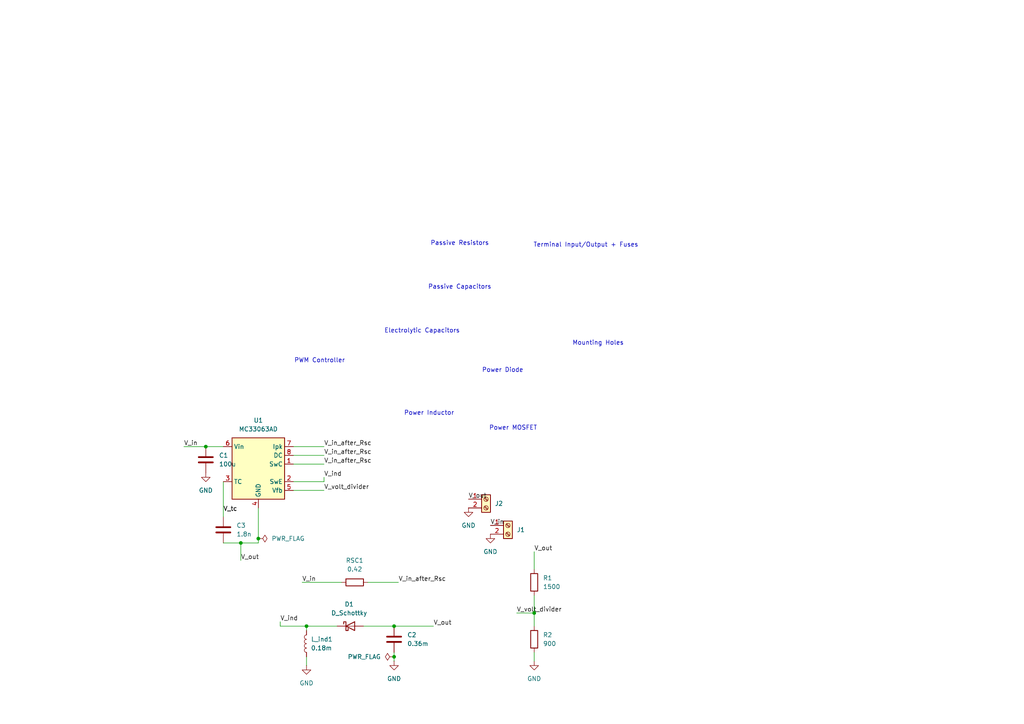
<source format=kicad_sch>
(kicad_sch (version 20250114) (generator "eeschema") (generator_version "9.0")
  (paper "A4")
  (lib_symbols
    (symbol "Device:C" (pin_numbers (hide yes)) (pin_names (offset 0.254))
      (property "Reference" "C" (at 0.635 2.54 0))
      (property "Value" "C" (at 0.635 -2.54 0))
      (symbol "C_0_1"
        (polyline (pts (xy -2.032 0.762) (xy 2.032 0.762)) (stroke (width 0.508)))
        (polyline (pts (xy -2.032 -0.762) (xy 2.032 -0.762)) (stroke (width 0.508)))
      )
      (symbol "C_1_1"
        (pin passive line (at 0 3.81 270) (length 2.794) (name "~") (number "1"))
        (pin passive line (at 0 -3.81 90) (length 2.794) (name "~") (number "2"))
      )
    )
    (symbol "Device:D_Schottky" (pin_numbers (hide yes)) (pin_names (offset 1.016) (hide yes))
      (property "Reference" "D" (at 0 2.54 0))
      (property "Value" "D_Schottky" (at 0 -2.54 0))
      (symbol "D_Schottky_0_1"
        (polyline (pts (xy -1.905 0.635) (xy -1.905 1.27) (xy -1.27 1.27) (xy -1.27 -1.27) (xy -0.635 -1.27) (xy -0.635 -0.635)) (stroke (width 0.254)))
        (polyline (pts (xy 1.27 1.27) (xy 1.27 -1.27) (xy -1.27 0) (xy 1.27 1.27)) (stroke (width 0.254)))
        (polyline (pts (xy 1.27 0) (xy -1.27 0)))
      )
      (symbol "D_Schottky_1_1"
        (pin passive line (at -3.81 0 0) (length 2.54) (name "K") (number "1"))
        (pin passive line (at 3.81 0 180) (length 2.54) (name "A") (number "2"))
      )
    )
    (symbol "Device:L" (pin_numbers (hide yes)) (pin_names (offset 1.016) (hide yes))
      (property "Reference" "L" (at -1.27 0 90))
      (property "Value" "L" (at 1.905 0 90))
      (symbol "L_0_1"
        (arc (start 0 2.54) (mid 0.6323 1.905) (end 0 1.27))
        (arc (start 0 1.27) (mid 0.6323 0.635) (end 0 0))
        (arc (start 0 0) (mid 0.6323 -0.635) (end 0 -1.27))
        (arc (start 0 -1.27) (mid 0.6323 -1.905) (end 0 -2.54))
      )
      (symbol "L_1_1"
        (pin passive line (at 0 3.81 270) (length 1.27) (name "1") (number "1"))
        (pin passive line (at 0 -3.81 90) (length 1.27) (name "2") (number "2"))
      )
    )
    (symbol "Regulator_Switching:MC33063AD"
      (property "Reference" "U" (at -7.62 8.89 0))
      (property "Value" "MC33063AD" (at 0 8.89 0))
      (symbol "MC33063AD_0_1"
        (rectangle (start -7.62 7.62) (end 7.62 -10.16) (stroke (width 0.254)) (fill (type background)))
      )
      (symbol "MC33063AD_1_1"
        (pin power_in line (at -10.16 5.08 0) (length 2.54) (name "Vin") (number "6"))
        (pin passive line (at -10.16 -5.08 0) (length 2.54) (name "TC") (number "3"))
        (pin power_in line (at 0 -12.7 90) (length 2.54) (name "GND") (number "4"))
        (pin input line (at 10.16 5.08 180) (length 2.54) (name "Ipk") (number "7"))
        (pin open_collector line (at 10.16 2.54 180) (length 2.54) (name "DC") (number "8"))
        (pin open_collector line (at 10.16 0 180) (length 2.54) (name "SwC") (number "1"))
        (pin open_emitter line (at 10.16 -5.08 180) (length 2.54) (name "SwE") (number "2"))
        (pin input line (at 10.16 -7.62 180) (length 2.54) (name "Vfb") (number "5"))
      )
    )
    (symbol "power:GND" (power) (pin_numbers (hide yes)) (pin_names (offset 0) (hide yes))
      (property "Value" "GND" (at 0 -3.81 0))
      (symbol "GND_0_1"
        (polyline (pts (xy 0 0) (xy 0 -1.27) (xy 1.27 -1.27) (xy 0 -2.54) (xy -1.27 -1.27) (xy 0 -1.27)))
      )
      (symbol "GND_1_1"
        (pin power_in line (at 0 0 270) (length 0) (name "~") (number "1"))
      )
    )
    (symbol "power:PWR_FLAG" (power) (pin_numbers (hide yes)) (pin_names (offset 0) (hide yes))
      (property "Value" "PWR_FLAG" (at 0 3.81 0))
      (symbol "PWR_FLAG_0_0"
        (pin power_out line (at 0 0 90) (length 0) (name "~") (number "1"))
      )
      (symbol "PWR_FLAG_0_1"
        (polyline (pts (xy 0 0) (xy 0 1.27) (xy -1.016 1.905) (xy 0 2.54) (xy 1.016 1.905) (xy 0 1.27)))
      )
    )
    (symbol "rsx_Capacitors:1u" (pin_numbers (hide yes)) (pin_names (offset 0.254))
      (property "Reference" "C" (at 0.635 2.54 0))
      (property "Value" "1u" (at 0.635 -2.54 0))
      (symbol "1u_0_1"
        (polyline (pts (xy -2.032 0.762) (xy 2.032 0.762)) (stroke (width 0.508)))
        (polyline (pts (xy -2.032 -0.762) (xy 2.032 -0.762)) (stroke (width 0.508)))
      )
      (symbol "1u_1_1"
        (pin passive line (at 0 3.81 270) (length 2.794) (name "~") (number "1"))
        (pin passive line (at 0 -3.81 90) (length 2.794) (name "~") (number "2"))
      )
    )
    (symbol "rsx_Resistors:0R00 1/10W" (pin_numbers (hide yes)) (pin_names (offset 0))
      (property "Reference" "R" (at 2.032 0 90))
      (property "Value" "0R00 1{slash}10W" (at 0 0 90))
      (symbol "0R00 1/10W_0_1"
        (rectangle (start -1.016 -2.54) (end 1.016 2.54) (stroke (width 0.254)))
      )
      (symbol "0R00 1/10W_1_1"
        (pin passive line (at 0 3.81 270) (length 1.27) (name "~") (number "1"))
        (pin passive line (at 0 -3.81 90) (length 1.27) (name "~") (number "2"))
      )
    )
    (symbol "rsx_header_screw:Screw_Terminal_2x5.08" (pin_names (offset 1.016) (hide yes))
      (property "Reference" "J" (at 0 2.54 0))
      (symbol "Screw_Terminal_2x5.08_1_1"
        (rectangle (start -1.27 1.27) (end 1.27 -3.81) (stroke (width 0.254)) (fill (type background)))
        (polyline (pts (xy -0.5334 0.3302) (xy 0.3302 -0.508)) (stroke (width 0.1524)))
        (polyline (pts (xy -0.5334 -2.2098) (xy 0.3302 -3.048)) (stroke (width 0.1524)))
        (polyline (pts (xy -0.3556 0.508) (xy 0.508 -0.3302)) (stroke (width 0.1524)))
        (polyline (pts (xy -0.3556 -2.032) (xy 0.508 -2.8702)) (stroke (width 0.1524)))
        (circle (center 0 0) (radius 0.635) (stroke (width 0.1524)))
        (circle (center 0 -2.54) (radius 0.635) (stroke (width 0.1524)))
        (pin passive line (at -5.08 0 0) (length 3.81) (name "Pin_1") (number "1"))
        (pin passive line (at -5.08 -2.54 0) (length 3.81) (name "Pin_2") (number "2"))
      )
    )
  )
  (text "Passive Resistors" (at 133.35 70.612 0) (effects (font (size 1.27 1.27))))
  (text "Power Diode" (at 145.796 107.442 0) (effects (font (size 1.27 1.27))))
  (text "Electrolytic Capacitors\n" (at 122.428 96.012 0) (effects (font (size 1.27 1.27))))
  (text "Power Inductor" (at 124.46 119.888 0) (effects (font (size 1.27 1.27))))
  (text "Mounting Holes" (at 173.482 99.568 0) (effects (font (size 1.27 1.27))))
  (text "Power MOSFET" (at 148.844 124.206 0) (effects (font (size 1.27 1.27))))
  (text "Terminal Input/Output + Fuses" (at 169.926 71.12 0) (effects (font (size 1.27 1.27))))
  (text "Passive Capacitors" (at 133.35 83.312 0) (effects (font (size 1.27 1.27))))
  (text "PWM Controller" (at 92.71 104.648 0) (effects (font (size 1.27 1.27))))
  (junction (at 74.93 156.21))
  (junction (at 154.94 177.8))
  (junction (at 59.69 129.54))
  (junction (at 114.3 190.5))
  (junction (at 88.9 181.61))
  (junction (at 114.3 181.61))
  (junction (at 69.85 157.48))
  (wire (pts (xy 154.94 172.72) (xy 154.94 177.8)))
  (wire (pts (xy 114.3 190.5) (xy 114.3 191.77)))
  (wire (pts (xy 74.93 156.21) (xy 74.93 157.48)))
  (wire (pts (xy 85.09 139.7) (xy 93.98 139.7)))
  (wire (pts (xy 97.79 181.61) (xy 88.9 181.61)))
  (wire (pts (xy 154.94 189.23) (xy 154.94 191.77)))
  (wire (pts (xy 88.9 181.61) (xy 88.9 182.88)))
  (wire (pts (xy 64.77 157.48) (xy 69.85 157.48)))
  (wire (pts (xy 64.77 139.7) (xy 64.77 149.86)))
  (wire (pts (xy 93.98 138.43) (xy 93.98 139.7)))
  (wire (pts (xy 85.09 132.08) (xy 93.98 132.08)))
  (wire (pts (xy 154.94 160.02) (xy 154.94 165.1)))
  (wire (pts (xy 154.94 177.8) (xy 154.94 181.61)))
  (wire (pts (xy 59.69 129.54) (xy 64.77 129.54)))
  (wire (pts (xy 85.09 142.24) (xy 93.98 142.24)))
  (wire (pts (xy 74.93 147.32) (xy 74.93 156.21)))
  (wire (pts (xy 88.9 181.61) (xy 81.28 181.61)))
  (wire (pts (xy 114.3 181.61) (xy 125.73 181.61)))
  (wire (pts (xy 149.86 177.8) (xy 154.94 177.8)))
  (wire (pts (xy 85.09 129.54) (xy 93.98 129.54)))
  (wire (pts (xy 106.68 168.91) (xy 115.57 168.91)))
  (wire (pts (xy 85.09 134.62) (xy 93.98 134.62)))
  (wire (pts (xy 88.9 190.5) (xy 88.9 193.04)))
  (wire (pts (xy 114.3 189.23) (xy 114.3 190.5)))
  (wire (pts (xy 105.41 181.61) (xy 114.3 181.61)))
  (wire (pts (xy 81.28 180.34) (xy 81.28 181.61)))
  (wire (pts (xy 53.34 129.54) (xy 59.69 129.54)))
  (wire (pts (xy 87.63 168.91) (xy 99.06 168.91)))
  (wire (pts (xy 69.85 157.48) (xy 74.93 157.48)))
  (wire (pts (xy 69.85 157.48) (xy 69.85 162.56)))
  (label "V_volt_divider" (at 93.98 142.24 0))
  (label "V_tc" (at 64.77 148.59 0))
  (label "V_in" (at 53.34 129.54 0))
  (label "V_volt_divider" (at 149.86 177.8 0))
  (label "V_out" (at 135.89 144.78 0))
  (label "V_in_after_Rsc" (at 115.57 168.91 0))
  (label "V_in_after_Rsc" (at 93.98 132.08 0))
  (label "V_ind" (at 93.98 138.43 0))
  (label "V_in" (at 142.24 152.4 0))
  (label "" (at 66.04 147.32 0))
  (label "V_out" (at 69.85 162.56 0))
  (label "V_out" (at 125.73 181.61 0))
  (label "V_in_after_Rsc" (at 93.98 129.54 0))
  (label "V_tc" (at 64.77 148.59 0))
  (label "V_in" (at 87.63 168.91 0))
  (label "V_out" (at 154.94 160.02 0))
  (label "V_ind" (at 81.28 180.34 0))
  (label "V_in_after_Rsc" (at 93.98 134.62 0))
  (symbol (lib_id "power:GND") (at 88.9 193.04 0) (unit 1)
    (property "Reference" "#PWR03" (effects (hide yes)))
    (property "Value" "GND" (at 88.9 198.12 0))
    (property "Description" "Power symbol creates a global label with name \"GND\" , ground" (effects (hide yes)))
  )
  (symbol (lib_id "Device:L") (at 88.9 186.69 180) (unit 1)
    (property "Reference" "L_ind1" (at 90.17 185.4199 0) (effects (justify right)))
    (property "Value" "0.18m" (at 90.17 187.9599 0) (effects (justify right)))
    (property "Footprint" "Inductor_SMD:L_Coilcraft_MSS1260H-XXX" (effects (hide yes)))
    (property "Description" "Inductor" (effects (hide yes)))
  )
  (symbol (lib_id "Device:D_Schottky") (at 101.6 181.61 0) (unit 1)
    (property "Reference" "D1" (at 101.2825 175.26 0))
    (property "Value" "D_Schottky" (at 101.2825 177.8 0))
    (property "Footprint" "Diode_SMD:D_SMA" (effects (hide yes)))
    (property "Description" "Schottky diode" (effects (hide yes)))
  )
  (symbol (lib_id "rsx_header_screw:Screw_Terminal_2x5.08") (at 147.32 152.4 0) (unit 1)
    (property "Reference" "J1" (at 149.86 153.6699 0) (effects (justify left)))
    (property "Value" "Screw_Terminal_2x5.08" (effects (hide yes)))
    (property "Footprint" "rsx_headers_screw:Molex_0398800302" (effects (hide yes)))
    (property "Description" "TERM BLK 2P SIDE ENT 5.08MM PCB" (effects (hide yes)))
    (property "MFR" "Molex" (effects (hide yes)))
    (property "DPN" "WM4393-ND" (effects (hide yes)))
    (property "MPN" "398800302" (effects (hide yes)))
  )
  (symbol (lib_id "Device:C") (at 64.77 153.67 0) (unit 1)
    (property "Reference" "C3" (at 68.58 152.3999 0) (effects (justify left)))
    (property "Value" "1.8n" (at 68.58 154.9399 0) (effects (justify left)))
    (property "Footprint" "Capacitor_SMD:C_Elec_10x10.2" (effects (hide yes)))
    (property "Description" "Unpolarized capacitor" (effects (hide yes)))
  )
  (symbol (lib_id "power:GND") (at 135.89 147.32 0) (unit 1)
    (property "Reference" "#PWR06" (effects (hide yes)))
    (property "Value" "GND" (at 135.89 152.4 0))
    (property "Description" "Power symbol creates a global label with name \"GND\" , ground" (effects (hide yes)))
  )
  (symbol (lib_id "rsx_header_screw:Screw_Terminal_2x5.08") (at 140.97 144.78 0) (unit 1)
    (property "Reference" "J2" (at 143.51 146.0499 0) (effects (justify left)))
    (property "Value" "Screw_Terminal_2x5.08" (effects (hide yes)))
    (property "Footprint" "rsx_headers_screw:Molex_0398800302" (effects (hide yes)))
    (property "Description" "TERM BLK 2P SIDE ENT 5.08MM PCB" (effects (hide yes)))
    (property "MFR" "Molex" (effects (hide yes)))
    (property "DPN" "WM4393-ND" (effects (hide yes)))
    (property "MPN" "398800302" (effects (hide yes)))
  )
  (symbol (lib_id "power:PWR_FLAG") (at 74.93 156.21 270) (unit 1)
    (property "Reference" "#FLG04" (effects (hide yes)))
    (property "Value" "PWR_FLAG" (at 78.74 156.2099 90) (effects (justify left)))
    (property "Description" "Special symbol for telling ERC where power comes from" (effects (hide yes)))
  )
  (symbol (lib_id "power:GND") (at 114.3 191.77 0) (unit 1)
    (property "Reference" "#PWR02" (effects (hide yes)))
    (property "Value" "GND" (at 114.3 196.85 0))
    (property "Description" "Power symbol creates a global label with name \"GND\" , ground" (effects (hide yes)))
  )
  (symbol (lib_id "Device:C") (at 114.3 185.42 0) (unit 1)
    (property "Reference" "C2" (at 118.11 184.1499 0) (effects (justify left)))
    (property "Value" "0.36m" (at 118.11 186.6899 0) (effects (justify left)))
    (property "Footprint" "Capacitor_SMD:C_Elec_10x10.2" (effects (hide yes)))
    (property "Description" "Unpolarized capacitor" (effects (hide yes)))
  )
  (symbol (lib_id "Regulator_Switching:MC33063AD") (at 74.93 134.62 0) (unit 1)
    (property "Reference" "U1" (at 74.93 121.92 0))
    (property "Value" "MC33063AD" (at 74.93 124.46 0))
    (property "Footprint" "Package_SO:SOIC-8_3.9x4.9mm_P1.27mm" (effects (hide yes)))
    (property "Datasheet" "http://www.onsemi.com/pub_link/Collateral/MC34063A-D.PDF" (effects (hide yes)))
    (property "Description" "1.5A, step-up/down/inverting switching regulator, 3-40V Vin, 100kHz, SO-8" (effects (hide yes)))
  )
  (symbol (lib_id "rsx_Resistors:0R00 1/10W") (at 154.94 185.42 0) (unit 1)
    (property "Reference" "R2" (at 157.48 184.1499 0) (effects (justify left)))
    (property "Value" "900" (at 157.48 186.6899 0) (effects (justify left)))
    (property "Footprint" "rsx_resistors:R_0805_2012Metric" (effects (hide yes)))
    (property "Description" "RES 0 OHM JUMPER 1/10W 0603" (effects (hide yes)))
    (property "MFR" "Stackpole Electronics Inc" (effects (hide yes)))
    (property "DPN" "RMCF0603ZT0R00CT-ND" (effects (hide yes)))
    (property "MPN" "RMCF0603ZT0R00" (effects (hide yes)))
  )
  (symbol (lib_id "power:GND") (at 142.24 154.94 0) (unit 1)
    (property "Reference" "#PWR07" (effects (hide yes)))
    (property "Value" "GND" (at 142.24 160.02 0))
    (property "Description" "Power symbol creates a global label with name \"GND\" , ground" (effects (hide yes)))
  )
  (symbol (lib_id "rsx_Resistors:0R00 1/10W") (at 154.94 168.91 0) (unit 1)
    (property "Reference" "R1" (at 157.48 167.6399 0) (effects (justify left)))
    (property "Value" "1500" (at 157.48 170.1799 0) (effects (justify left)))
    (property "Footprint" "rsx_resistors:R_0805_2012Metric" (effects (hide yes)))
    (property "Description" "RES 0 OHM JUMPER 1/10W 0603" (effects (hide yes)))
    (property "MFR" "Stackpole Electronics Inc" (effects (hide yes)))
    (property "DPN" "RMCF0603ZT0R00CT-ND" (effects (hide yes)))
    (property "MPN" "RMCF0603ZT0R00" (effects (hide yes)))
  )
  (symbol (lib_id "power:GND") (at 59.69 137.16 0) (unit 1)
    (property "Reference" "#PWR04" (effects (hide yes)))
    (property "Value" "GND" (at 59.69 142.24 0))
    (property "Description" "Power symbol creates a global label with name \"GND\" , ground" (effects (hide yes)))
  )
  (symbol (lib_id "power:GND") (at 154.94 191.77 0) (unit 1)
    (property "Reference" "#PWR01" (effects (hide yes)))
    (property "Value" "GND" (at 154.94 196.85 0))
    (property "Description" "Power symbol creates a global label with name \"GND\" , ground" (effects (hide yes)))
  )
  (symbol (lib_id "rsx_Capacitors:1u") (at 59.69 133.35 0) (unit 1)
    (property "Reference" "C1" (at 63.5 132.0799 0) (effects (justify left)))
    (property "Value" "100u" (at 63.5 134.6199 0) (effects (justify left)))
    (property "Footprint" "rsx_capacitors:C_0805_2012Metric" (effects (hide yes)))
    (property "Description" "CAP CER 1UF 50V X7R 0805" (effects (hide yes)))
    (property "MFR" "Samsung Electro-Mechanics" (effects (hide yes)))
    (property "DPN" "1276-1029-1-ND" (effects (hide yes)))
    (property "MPN" "CL21B105KBFNNNE" (effects (hide yes)))
  )
  (symbol (lib_id "power:PWR_FLAG") (at 114.3 190.5 90) (unit 1)
    (property "Reference" "#FLG02" (effects (hide yes)))
    (property "Value" "PWR_FLAG" (at 110.49 190.4999 90) (effects (justify left)))
    (property "Description" "Special symbol for telling ERC where power comes from" (effects (hide yes)))
  )
  (symbol (lib_id "rsx_Resistors:0R00 1/10W") (at 102.87 168.91 90) (unit 1)
    (property "Reference" "RSC1" (at 102.87 162.56 90))
    (property "Value" "0.42" (at 102.87 165.1 90))
    (property "Footprint" "rsx_resistors:R_0805_2012Metric" (effects (hide yes)))
    (property "Description" "RES 0 OHM JUMPER 1/10W 0603" (effects (hide yes)))
    (property "MFR" "Stackpole Electronics Inc" (effects (hide yes)))
    (property "DPN" "RMCF0603ZT0R00CT-ND" (effects (hide yes)))
    (property "MPN" "RMCF0603ZT0R00" (effects (hide yes)))
  )
)
</source>
